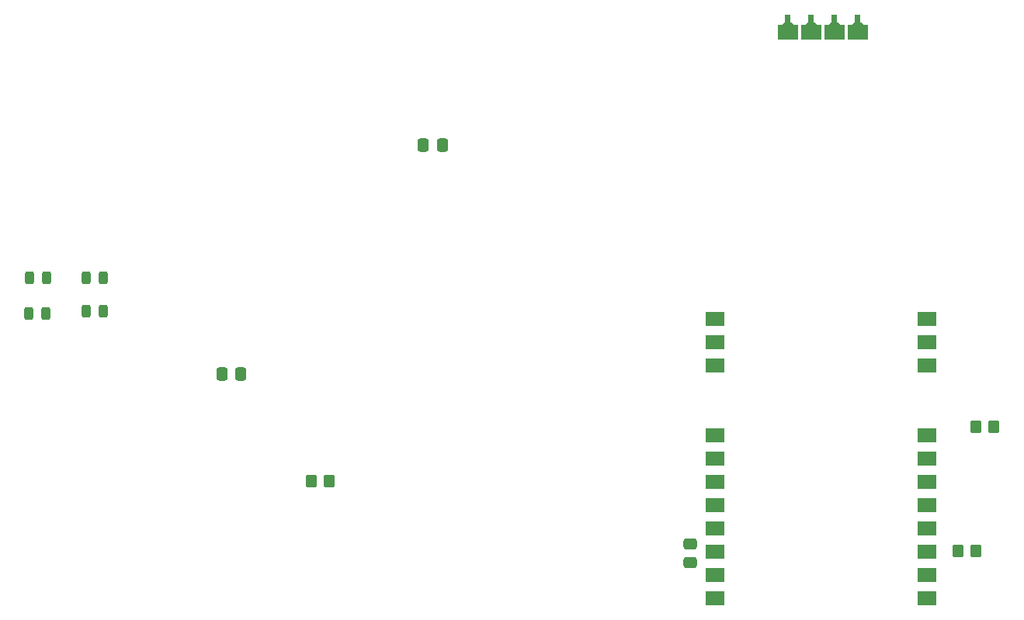
<source format=gbr>
%TF.GenerationSoftware,KiCad,Pcbnew,9.0.2*%
%TF.CreationDate,2025-07-21T01:26:10-05:00*%
%TF.ProjectId,lorae22,6c6f7261-6532-4322-9e6b-696361645f70,rev?*%
%TF.SameCoordinates,Original*%
%TF.FileFunction,Paste,Top*%
%TF.FilePolarity,Positive*%
%FSLAX46Y46*%
G04 Gerber Fmt 4.6, Leading zero omitted, Abs format (unit mm)*
G04 Created by KiCad (PCBNEW 9.0.2) date 2025-07-21 01:26:10*
%MOMM*%
%LPD*%
G01*
G04 APERTURE LIST*
G04 Aperture macros list*
%AMRoundRect*
0 Rectangle with rounded corners*
0 $1 Rounding radius*
0 $2 $3 $4 $5 $6 $7 $8 $9 X,Y pos of 4 corners*
0 Add a 4 corners polygon primitive as box body*
4,1,4,$2,$3,$4,$5,$6,$7,$8,$9,$2,$3,0*
0 Add four circle primitives for the rounded corners*
1,1,$1+$1,$2,$3*
1,1,$1+$1,$4,$5*
1,1,$1+$1,$6,$7*
1,1,$1+$1,$8,$9*
0 Add four rect primitives between the rounded corners*
20,1,$1+$1,$2,$3,$4,$5,0*
20,1,$1+$1,$4,$5,$6,$7,0*
20,1,$1+$1,$6,$7,$8,$9,0*
20,1,$1+$1,$8,$9,$2,$3,0*%
G04 Aperture macros list end*
%ADD10C,0.010000*%
%ADD11RoundRect,0.250000X0.337500X0.475000X-0.337500X0.475000X-0.337500X-0.475000X0.337500X-0.475000X0*%
%ADD12RoundRect,0.243750X-0.243750X-0.456250X0.243750X-0.456250X0.243750X0.456250X-0.243750X0.456250X0*%
%ADD13RoundRect,0.250000X-0.350000X-0.450000X0.350000X-0.450000X0.350000X0.450000X-0.350000X0.450000X0*%
%ADD14R,2.080000X1.510000*%
%ADD15RoundRect,0.250000X0.350000X0.450000X-0.350000X0.450000X-0.350000X-0.450000X0.350000X-0.450000X0*%
%ADD16RoundRect,0.250000X-0.337500X-0.475000X0.337500X-0.475000X0.337500X0.475000X-0.337500X0.475000X0*%
%ADD17RoundRect,0.250000X0.475000X-0.337500X0.475000X0.337500X-0.475000X0.337500X-0.475000X-0.337500X0*%
G04 APERTURE END LIST*
D10*
%TO.C,J3*%
X184282500Y-59992500D02*
X184647500Y-60307500D01*
X185107500Y-60307500D01*
X185107500Y-61847500D01*
X182947500Y-61847500D01*
X182947500Y-60307500D01*
X183407500Y-60307500D01*
X183772500Y-59992500D01*
X183772500Y-59232500D01*
X184282500Y-59232500D01*
X184282500Y-59992500D01*
G36*
X184282500Y-59992500D02*
G01*
X184647500Y-60307500D01*
X185107500Y-60307500D01*
X185107500Y-61847500D01*
X182947500Y-61847500D01*
X182947500Y-60307500D01*
X183407500Y-60307500D01*
X183772500Y-59992500D01*
X183772500Y-59232500D01*
X184282500Y-59232500D01*
X184282500Y-59992500D01*
G37*
X186822500Y-59992500D02*
X187187500Y-60307500D01*
X187647500Y-60307500D01*
X187647500Y-61847500D01*
X185487500Y-61847500D01*
X185487500Y-60307500D01*
X185947500Y-60307500D01*
X186312500Y-59992500D01*
X186312500Y-59232500D01*
X186822500Y-59232500D01*
X186822500Y-59992500D01*
G36*
X186822500Y-59992500D02*
G01*
X187187500Y-60307500D01*
X187647500Y-60307500D01*
X187647500Y-61847500D01*
X185487500Y-61847500D01*
X185487500Y-60307500D01*
X185947500Y-60307500D01*
X186312500Y-59992500D01*
X186312500Y-59232500D01*
X186822500Y-59232500D01*
X186822500Y-59992500D01*
G37*
X189362500Y-59992500D02*
X189727500Y-60307500D01*
X190187500Y-60307500D01*
X190187500Y-61847500D01*
X188027500Y-61847500D01*
X188027500Y-60307500D01*
X188487500Y-60307500D01*
X188852500Y-59992500D01*
X188852500Y-59232500D01*
X189362500Y-59232500D01*
X189362500Y-59992500D01*
G36*
X189362500Y-59992500D02*
G01*
X189727500Y-60307500D01*
X190187500Y-60307500D01*
X190187500Y-61847500D01*
X188027500Y-61847500D01*
X188027500Y-60307500D01*
X188487500Y-60307500D01*
X188852500Y-59992500D01*
X188852500Y-59232500D01*
X189362500Y-59232500D01*
X189362500Y-59992500D01*
G37*
X191902500Y-59992500D02*
X192267500Y-60307500D01*
X192727500Y-60307500D01*
X192727500Y-61847500D01*
X190567500Y-61847500D01*
X190567500Y-60307500D01*
X191027500Y-60307500D01*
X191392500Y-59992500D01*
X191392500Y-59232500D01*
X191902500Y-59232500D01*
X191902500Y-59992500D01*
G36*
X191902500Y-59992500D02*
G01*
X192267500Y-60307500D01*
X192727500Y-60307500D01*
X192727500Y-61847500D01*
X190567500Y-61847500D01*
X190567500Y-60307500D01*
X191027500Y-60307500D01*
X191392500Y-59992500D01*
X191392500Y-59232500D01*
X191902500Y-59232500D01*
X191902500Y-59992500D01*
G37*
%TD*%
D11*
%TO.C,C1*%
X144302500Y-73400000D03*
X146377500Y-73400000D03*
%TD*%
D12*
%TO.C,D3*%
X107562500Y-91575000D03*
X109437500Y-91575000D03*
%TD*%
D13*
%TO.C,R3*%
X204550000Y-104210000D03*
X206550000Y-104210000D03*
%TD*%
D12*
%TO.C,D2*%
X101337500Y-87950000D03*
X103212500Y-87950000D03*
%TD*%
%TO.C,D4*%
X101300000Y-91775000D03*
X103175000Y-91775000D03*
%TD*%
D14*
%TO.C,U2*%
X176110000Y-92430000D03*
X176110000Y-94970000D03*
X176110000Y-97510000D03*
X176110000Y-105110000D03*
X176110000Y-107650000D03*
X176110000Y-110190000D03*
X176110000Y-112730000D03*
X176110000Y-115270000D03*
X176110000Y-117810000D03*
X176110000Y-120350000D03*
X176110000Y-122890000D03*
X199260000Y-122890000D03*
X199260000Y-120350000D03*
X199260000Y-117810000D03*
X199260000Y-115270000D03*
X199260000Y-112730000D03*
X199260000Y-110190000D03*
X199260000Y-107650000D03*
X199260000Y-105110000D03*
X199260000Y-97510000D03*
X199260000Y-94970000D03*
X199260000Y-92430000D03*
%TD*%
D15*
%TO.C,R2*%
X134080000Y-110070000D03*
X132080000Y-110070000D03*
%TD*%
D12*
%TO.C,D1*%
X107562500Y-87950000D03*
X109437500Y-87950000D03*
%TD*%
D16*
%TO.C,C3*%
X122342500Y-98400000D03*
X124417500Y-98400000D03*
%TD*%
D13*
%TO.C,R1*%
X202610000Y-117720000D03*
X204610000Y-117720000D03*
%TD*%
D17*
%TO.C,C2*%
X173400000Y-119007500D03*
X173400000Y-116932500D03*
%TD*%
M02*

</source>
